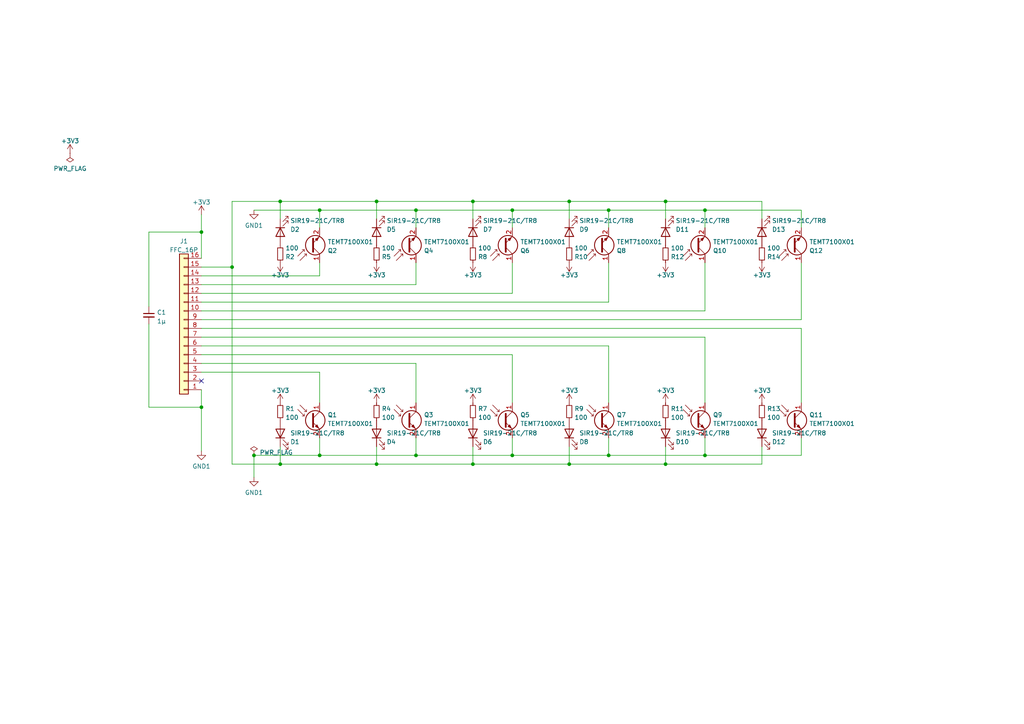
<source format=kicad_sch>
(kicad_sch (version 20211123) (generator eeschema)
  (paper "A4")
  (lib_symbols
    (symbol "Connector_Generic:Conn_01x16" (pin_names (offset 1.016) hide)
      (property "Reference" "J" (at 0 20.32 0))
      (property "Value" "Conn_01x16" (at 0 -22.86 0))
      (symbol "Conn_01x16_1_1"
        (rectangle (start -1.27 -20.193) (end 0 -20.447) (stroke (width 0.1524)))
        (rectangle (start -1.27 -17.653) (end 0 -17.907) (stroke (width 0.1524)))
        (rectangle (start -1.27 -15.113) (end 0 -15.367) (stroke (width 0.1524)))
        (rectangle (start -1.27 -12.573) (end 0 -12.827) (stroke (width 0.1524)))
        (rectangle (start -1.27 -10.033) (end 0 -10.287) (stroke (width 0.1524)))
        (rectangle (start -1.27 -7.493) (end 0 -7.747) (stroke (width 0.1524)))
        (rectangle (start -1.27 -4.953) (end 0 -5.207) (stroke (width 0.1524)))
        (rectangle (start -1.27 -2.413) (end 0 -2.667) (stroke (width 0.1524)))
        (rectangle (start -1.27 0.127) (end 0 -0.127) (stroke (width 0.1524)))
        (rectangle (start -1.27 2.667) (end 0 2.413) (stroke (width 0.1524)))
        (rectangle (start -1.27 5.207) (end 0 4.953) (stroke (width 0.1524)))
        (rectangle (start -1.27 7.747) (end 0 7.493) (stroke (width 0.1524)))
        (rectangle (start -1.27 10.287) (end 0 10.033) (stroke (width 0.1524)))
        (rectangle (start -1.27 12.827) (end 0 12.573) (stroke (width 0.1524)))
        (rectangle (start -1.27 15.367) (end 0 15.113) (stroke (width 0.1524)))
        (rectangle (start -1.27 17.907) (end 0 17.653) (stroke (width 0.1524)))
        (rectangle (start -1.27 19.05) (end 1.27 -21.59) (stroke (width 0.254)) (fill (type background)))
        (pin passive line (at -5.08 17.78 0) (length 3.81) (name "Pin_1") (number "1"))
        (pin passive line (at -5.08 -5.08 0) (length 3.81) (name "Pin_10") (number "10"))
        (pin passive line (at -5.08 -7.62 0) (length 3.81) (name "Pin_11") (number "11"))
        (pin passive line (at -5.08 -10.16 0) (length 3.81) (name "Pin_12") (number "12"))
        (pin passive line (at -5.08 -12.7 0) (length 3.81) (name "Pin_13") (number "13"))
        (pin passive line (at -5.08 -15.24 0) (length 3.81) (name "Pin_14") (number "14"))
        (pin passive line (at -5.08 -17.78 0) (length 3.81) (name "Pin_15") (number "15"))
        (pin passive line (at -5.08 -20.32 0) (length 3.81) (name "Pin_16") (number "16"))
        (pin passive line (at -5.08 15.24 0) (length 3.81) (name "Pin_2") (number "2"))
        (pin passive line (at -5.08 12.7 0) (length 3.81) (name "Pin_3") (number "3"))
        (pin passive line (at -5.08 10.16 0) (length 3.81) (name "Pin_4") (number "4"))
        (pin passive line (at -5.08 7.62 0) (length 3.81) (name "Pin_5") (number "5"))
        (pin passive line (at -5.08 5.08 0) (length 3.81) (name "Pin_6") (number "6"))
        (pin passive line (at -5.08 2.54 0) (length 3.81) (name "Pin_7") (number "7"))
        (pin passive line (at -5.08 0 0) (length 3.81) (name "Pin_8") (number "8"))
        (pin passive line (at -5.08 -2.54 0) (length 3.81) (name "Pin_9") (number "9"))
      )
    )
    (symbol "Device:C_Small" (pin_numbers hide) (pin_names (offset 0.254) hide)
      (property "Reference" "C" (at 0.254 1.778 0))
      (property "Value" "C_Small" (at 0.254 -2.032 0))
      (symbol "C_Small_0_1"
        (polyline (pts (xy -1.524 -0.508) (xy 1.524 -0.508)) (stroke (width 0.3302)))
        (polyline (pts (xy -1.524 0.508) (xy 1.524 0.508)) (stroke (width 0.3048)))
      )
      (symbol "C_Small_1_1"
        (pin passive line (at 0 2.54 270) (length 2.032) (name "~") (number "1"))
        (pin passive line (at 0 -2.54 90) (length 2.032) (name "~") (number "2"))
      )
    )
    (symbol "Device:LED" (pin_numbers hide) (pin_names (offset 1.016) hide)
      (property "Reference" "D" (at 0 2.54 0))
      (property "Value" "LED" (at 0 -2.54 0))
      (symbol "LED_0_1"
        (polyline (pts (xy -1.27 -1.27) (xy -1.27 1.27)) (stroke (width 0.254)))
        (polyline (pts (xy -1.27 0) (xy 1.27 0)))
        (polyline (pts (xy 1.27 -1.27) (xy 1.27 1.27) (xy -1.27 0) (xy 1.27 -1.27)) (stroke (width 0.254)))
        (polyline (pts (xy -3.048 -0.762) (xy -4.572 -2.286) (xy -3.81 -2.286) (xy -4.572 -2.286) (xy -4.572 -1.524)))
        (polyline (pts (xy -1.778 -0.762) (xy -3.302 -2.286) (xy -2.54 -2.286) (xy -3.302 -2.286) (xy -3.302 -1.524)))
      )
      (symbol "LED_1_1"
        (pin passive line (at -3.81 0 0) (length 2.54) (name "K") (number "1"))
        (pin passive line (at 3.81 0 180) (length 2.54) (name "A") (number "2"))
      )
    )
    (symbol "Device:Q_Photo_NPN" (pin_names (offset 0) hide)
      (property "Reference" "Q" (at 5.08 1.27 0))
      (property "Value" "Q_Photo_NPN" (at 5.08 -1.27 0))
      (symbol "Q_Photo_NPN_0_1"
        (polyline (pts (xy -1.905 1.27) (xy -2.54 1.27)))
        (polyline (pts (xy -1.27 2.54) (xy -1.905 2.54)))
        (polyline (pts (xy 0.635 0.635) (xy 2.54 2.54)))
        (polyline (pts (xy -3.81 3.175) (xy -1.905 1.27) (xy -1.905 1.905)))
        (polyline (pts (xy -3.175 4.445) (xy -1.27 2.54) (xy -1.27 3.175)))
        (polyline (pts (xy 0.635 -0.635) (xy 2.54 -2.54) (xy 2.54 -2.54)))
        (polyline (pts (xy 0.635 1.905) (xy 0.635 -1.905) (xy 0.635 -1.905)) (stroke (width 0.508)))
        (polyline (pts (xy 1.27 -1.778) (xy 1.778 -1.27) (xy 2.286 -2.286) (xy 1.27 -1.778) (xy 1.27 -1.778)) (fill (type outline)))
        (circle (center 1.27 0) (radius 2.8194) (stroke (width 0.254)))
      )
      (symbol "Q_Photo_NPN_1_1"
        (pin passive line (at 2.54 5.08 270) (length 2.54) (name "C") (number "1"))
        (pin passive line (at 2.54 -5.08 90) (length 2.54) (name "E") (number "2"))
      )
    )
    (symbol "Device:R_Small" (pin_numbers hide) (pin_names (offset 0.254) hide)
      (property "Reference" "R" (at 0.762 0.508 0))
      (property "Value" "R_Small" (at 0.762 -1.016 0))
      (symbol "R_Small_0_1"
        (rectangle (start -0.762 1.778) (end 0.762 -1.778) (stroke (width 0.2032)))
      )
      (symbol "R_Small_1_1"
        (pin passive line (at 0 2.54 270) (length 0.762) (name "~") (number "1"))
        (pin passive line (at 0 -2.54 90) (length 0.762) (name "~") (number "2"))
      )
    )
    (symbol "power:+3.3V" (power) (pin_names (offset 0))
      (property "Value" "+3.3V" (at 0 3.556 0))
      (symbol "+3.3V_0_1"
        (polyline (pts (xy -0.762 1.27) (xy 0 2.54)))
        (polyline (pts (xy 0 0) (xy 0 2.54)))
        (polyline (pts (xy 0 2.54) (xy 0.762 1.27)))
      )
      (symbol "+3.3V_1_1"
        (pin power_in line (at 0 0 90) (length 0) hide (name "+3V3") (number "1"))
      )
    )
    (symbol "power:GND1" (power) (pin_names (offset 0))
      (property "Value" "GND1" (at 0 -3.81 0))
      (symbol "GND1_0_1"
        (polyline (pts (xy 0 0) (xy 0 -1.27) (xy 1.27 -1.27) (xy 0 -2.54) (xy -1.27 -1.27) (xy 0 -1.27)))
      )
      (symbol "GND1_1_1"
        (pin power_in line (at 0 0 270) (length 0) hide (name "GND1") (number "1"))
      )
    )
    (symbol "power:PWR_FLAG" (power) (pin_numbers hide) (pin_names (offset 0) hide)
      (property "Value" "PWR_FLAG" (at 0 3.81 0))
      (symbol "PWR_FLAG_0_0"
        (pin power_out line (at 0 0 90) (length 0) (name "pwr") (number "1"))
      )
      (symbol "PWR_FLAG_0_1"
        (polyline (pts (xy 0 0) (xy 0 1.27) (xy -1.016 1.905) (xy 0 2.54) (xy 1.016 1.905) (xy 0 1.27)))
      )
    )
  )
  (junction (at 204.47 132.08))
  (junction (at 58.42 67.31))
  (junction (at 165.1 58.42))
  (junction (at 81.28 58.42))
  (junction (at 176.53 132.08))
  (junction (at 193.04 134.62))
  (junction (at 204.47 60.96))
  (junction (at 193.04 58.42))
  (junction (at 92.71 132.08))
  (junction (at 73.66 132.08))
  (junction (at 81.28 134.62))
  (junction (at 176.53 60.96))
  (junction (at 120.65 132.08))
  (junction (at 58.42 118.11))
  (junction (at 137.16 134.62))
  (junction (at 67.31 77.47))
  (junction (at 109.22 134.62))
  (junction (at 148.59 60.96))
  (junction (at 120.65 60.96))
  (junction (at 109.22 58.42))
  (junction (at 137.16 58.42))
  (junction (at 165.1 134.62))
  (junction (at 92.71 60.96))
  (junction (at 148.59 132.08))
  (no_connect (at 58.42 110.49))
  (wire (pts (xy 176.53 87.63) (xy 176.53 76.2)))
  (wire (pts (xy 73.66 60.96) (xy 92.71 60.96)))
  (wire (pts (xy 81.28 58.42) (xy 81.28 63.5)))
  (wire (pts (xy 109.22 129.54) (xy 109.22 134.62)))
  (wire (pts (xy 120.65 127) (xy 120.65 132.08)))
  (wire (pts (xy 67.31 58.42) (xy 81.28 58.42)))
  (wire (pts (xy 92.71 132.08) (xy 73.66 132.08)))
  (wire (pts (xy 58.42 67.31) (xy 58.42 74.93)))
  (wire (pts (xy 43.18 118.11) (xy 58.42 118.11)))
  (wire (pts (xy 165.1 129.54) (xy 165.1 134.62)))
  (wire (pts (xy 58.42 97.79) (xy 204.47 97.79)))
  (wire (pts (xy 204.47 60.96) (xy 176.53 60.96)))
  (wire (pts (xy 58.42 118.11) (xy 58.42 130.81)))
  (wire (pts (xy 67.31 134.62) (xy 67.31 77.47)))
  (wire (pts (xy 67.31 134.62) (xy 81.28 134.62)))
  (wire (pts (xy 58.42 95.25) (xy 232.41 95.25)))
  (wire (pts (xy 148.59 102.87) (xy 148.59 116.84)))
  (wire (pts (xy 43.18 67.31) (xy 43.18 88.9)))
  (wire (pts (xy 92.71 116.84) (xy 92.71 107.95)))
  (wire (pts (xy 58.42 105.41) (xy 120.65 105.41)))
  (wire (pts (xy 232.41 95.25) (xy 232.41 116.84)))
  (wire (pts (xy 204.47 127) (xy 204.47 132.08)))
  (wire (pts (xy 58.42 85.09) (xy 148.59 85.09)))
  (wire (pts (xy 148.59 60.96) (xy 120.65 60.96)))
  (wire (pts (xy 92.71 107.95) (xy 58.42 107.95)))
  (wire (pts (xy 232.41 66.04) (xy 232.41 60.96)))
  (wire (pts (xy 220.98 134.62) (xy 193.04 134.62)))
  (wire (pts (xy 58.42 118.11) (xy 58.42 113.03)))
  (wire (pts (xy 165.1 58.42) (xy 193.04 58.42)))
  (wire (pts (xy 176.53 100.33) (xy 176.53 116.84)))
  (wire (pts (xy 148.59 132.08) (xy 120.65 132.08)))
  (wire (pts (xy 109.22 58.42) (xy 137.16 58.42)))
  (wire (pts (xy 165.1 63.5) (xy 165.1 58.42)))
  (wire (pts (xy 43.18 93.98) (xy 43.18 118.11)))
  (wire (pts (xy 193.04 63.5) (xy 193.04 58.42)))
  (wire (pts (xy 58.42 100.33) (xy 176.53 100.33)))
  (wire (pts (xy 109.22 134.62) (xy 137.16 134.62)))
  (wire (pts (xy 58.42 77.47) (xy 67.31 77.47)))
  (wire (pts (xy 176.53 66.04) (xy 176.53 60.96)))
  (wire (pts (xy 120.65 105.41) (xy 120.65 116.84)))
  (wire (pts (xy 58.42 102.87) (xy 148.59 102.87)))
  (wire (pts (xy 193.04 129.54) (xy 193.04 134.62)))
  (wire (pts (xy 176.53 127) (xy 176.53 132.08)))
  (wire (pts (xy 58.42 62.23) (xy 58.42 67.31)))
  (wire (pts (xy 92.71 80.01) (xy 92.71 76.2)))
  (wire (pts (xy 67.31 77.47) (xy 67.31 58.42)))
  (wire (pts (xy 120.65 132.08) (xy 92.71 132.08)))
  (wire (pts (xy 204.47 60.96) (xy 232.41 60.96)))
  (wire (pts (xy 204.47 90.17) (xy 204.47 76.2)))
  (wire (pts (xy 220.98 58.42) (xy 193.04 58.42)))
  (wire (pts (xy 220.98 129.54) (xy 220.98 134.62)))
  (wire (pts (xy 92.71 127) (xy 92.71 132.08)))
  (wire (pts (xy 204.47 66.04) (xy 204.47 60.96)))
  (wire (pts (xy 58.42 67.31) (xy 43.18 67.31)))
  (wire (pts (xy 220.98 63.5) (xy 220.98 58.42)))
  (wire (pts (xy 148.59 127) (xy 148.59 132.08)))
  (wire (pts (xy 58.42 90.17) (xy 204.47 90.17)))
  (wire (pts (xy 137.16 129.54) (xy 137.16 134.62)))
  (wire (pts (xy 204.47 97.79) (xy 204.47 116.84)))
  (wire (pts (xy 120.65 66.04) (xy 120.65 60.96)))
  (wire (pts (xy 204.47 132.08) (xy 232.41 132.08)))
  (wire (pts (xy 58.42 92.71) (xy 232.41 92.71)))
  (wire (pts (xy 148.59 132.08) (xy 176.53 132.08)))
  (wire (pts (xy 148.59 60.96) (xy 176.53 60.96)))
  (wire (pts (xy 165.1 134.62) (xy 193.04 134.62)))
  (wire (pts (xy 58.42 82.55) (xy 120.65 82.55)))
  (wire (pts (xy 58.42 80.01) (xy 92.71 80.01)))
  (wire (pts (xy 109.22 58.42) (xy 81.28 58.42)))
  (wire (pts (xy 92.71 66.04) (xy 92.71 60.96)))
  (wire (pts (xy 148.59 85.09) (xy 148.59 76.2)))
  (wire (pts (xy 204.47 132.08) (xy 176.53 132.08)))
  (wire (pts (xy 137.16 63.5) (xy 137.16 58.42)))
  (wire (pts (xy 165.1 134.62) (xy 137.16 134.62)))
  (wire (pts (xy 81.28 134.62) (xy 81.28 129.54)))
  (wire (pts (xy 109.22 134.62) (xy 81.28 134.62)))
  (wire (pts (xy 109.22 63.5) (xy 109.22 58.42)))
  (wire (pts (xy 120.65 82.55) (xy 120.65 76.2)))
  (wire (pts (xy 148.59 66.04) (xy 148.59 60.96)))
  (wire (pts (xy 120.65 60.96) (xy 92.71 60.96)))
  (wire (pts (xy 73.66 132.08) (xy 73.66 138.43)))
  (wire (pts (xy 232.41 127) (xy 232.41 132.08)))
  (wire (pts (xy 58.42 87.63) (xy 176.53 87.63)))
  (wire (pts (xy 165.1 58.42) (xy 137.16 58.42)))
  (wire (pts (xy 232.41 92.71) (xy 232.41 76.2)))
  (symbol (lib_id "Device:Q_Photo_NPN") (at 229.87 121.92 0) (unit 1)
    (property "Reference" "Q11" (at 234.7214 120.336 0) (effects (justify left)))
    (property "Value" "TEMT7100X01" (at 234.7214 122.8729 0) (effects (justify left)))
    (property "Footprint" "LED_SMD:LED_0805_2012Metric_Pad1.15x1.40mm_HandSolder" (effects hide))
  )
  (symbol (lib_id "Device:LED") (at 165.1 125.73 90) (unit 1)
    (property "Reference" "D8" (at 168.021 128.1522 90) (effects (justify right)))
    (property "Value" "SIR19-21C/TR8" (at 168.021 125.6153 90) (effects (justify right)))
    (property "Footprint" "LED_SMD:LED_0603_1608Metric_Pad1.05x0.95mm_HandSolder" (effects hide))
  )
  (symbol (lib_id "Device:LED") (at 109.22 125.73 90) (unit 1)
    (property "Reference" "D4" (at 112.141 128.1522 90) (effects (justify right)))
    (property "Value" "SIR19-21C/TR8" (at 112.141 125.6153 90) (effects (justify right)))
    (property "Footprint" "LED_SMD:LED_0603_1608Metric_Pad1.05x0.95mm_HandSolder" (effects hide))
  )
  (symbol (lib_id "power:+3.3V") (at 109.22 116.84 0) (unit 1)
    (property "Reference" "#PWR010" (effects hide))
    (property "Value" "+3.3V" (at 109.22 113.2642 0))
  )
  (symbol (lib_id "Device:LED") (at 109.22 67.31 90) (mirror x) (unit 1)
    (property "Reference" "D5" (at 112.141 66.5572 90) (effects (justify right)))
    (property "Value" "SIR19-21C/TR8" (at 112.141 64.0203 90) (effects (justify right)))
    (property "Footprint" "LED_SMD:LED_0603_1608Metric_Pad1.05x0.95mm_HandSolder" (effects hide))
  )
  (symbol (lib_id "power:PWR_FLAG") (at 73.66 132.08 0) (unit 1)
    (property "Reference" "#FLG?" (effects hide))
    (property "Value" "PWR_FLAG" (at 75.311 131.2438 0) (effects (justify left)))
  )
  (symbol (lib_id "power:PWR_FLAG") (at 20.32 44.45 180) (unit 1)
    (property "Reference" "#FLG01" (effects hide))
    (property "Value" "PWR_FLAG" (at 20.32 48.8934 0))
  )
  (symbol (lib_id "Device:Q_Photo_NPN") (at 173.99 71.12 0) (mirror x) (unit 1)
    (property "Reference" "Q8" (at 178.8414 72.704 0) (effects (justify left)))
    (property "Value" "TEMT7100X01" (at 178.8414 70.1671 0) (effects (justify left)))
    (property "Footprint" "LED_SMD:LED_0805_2012Metric_Pad1.15x1.40mm_HandSolder" (effects hide))
  )
  (symbol (lib_id "power:+3.3V") (at 165.1 76.2 0) (mirror x) (unit 1)
    (property "Reference" "#PWR016" (effects hide))
    (property "Value" "+3.3V" (at 165.1 79.7758 0))
  )
  (symbol (lib_id "Device:LED") (at 220.98 67.31 90) (mirror x) (unit 1)
    (property "Reference" "D13" (at 223.901 66.5572 90) (effects (justify right)))
    (property "Value" "SIR19-21C/TR8" (at 223.901 64.0203 90) (effects (justify right)))
    (property "Footprint" "LED_SMD:LED_0603_1608Metric_Pad1.05x0.95mm_HandSolder" (effects hide))
  )
  (symbol (lib_id "Device:Q_Photo_NPN") (at 146.05 71.12 0) (mirror x) (unit 1)
    (property "Reference" "Q6" (at 150.9014 72.704 0) (effects (justify left)))
    (property "Value" "TEMT7100X01" (at 150.9014 70.1671 0) (effects (justify left)))
    (property "Footprint" "LED_SMD:LED_0805_2012Metric_Pad1.15x1.40mm_HandSolder" (effects hide))
  )
  (symbol (lib_id "Device:R_Small") (at 109.22 73.66 0) (mirror x) (unit 1)
    (property "Reference" "R5" (at 110.7186 74.4947 0) (effects (justify left)))
    (property "Value" "100" (at 110.7186 71.9578 0) (effects (justify left)))
    (property "Footprint" "Resistor_SMD:R_0603_1608Metric_Pad0.98x0.95mm_HandSolder" (effects hide))
  )
  (symbol (lib_id "Device:Q_Photo_NPN") (at 173.99 121.92 0) (unit 1)
    (property "Reference" "Q7" (at 178.8414 120.336 0) (effects (justify left)))
    (property "Value" "TEMT7100X01" (at 178.8414 122.8729 0) (effects (justify left)))
    (property "Footprint" "LED_SMD:LED_0805_2012Metric_Pad1.15x1.40mm_HandSolder" (effects hide))
  )
  (symbol (lib_id "Device:Q_Photo_NPN") (at 118.11 121.92 0) (unit 1)
    (property "Reference" "Q3" (at 122.9614 120.336 0) (effects (justify left)))
    (property "Value" "TEMT7100X01" (at 122.9614 122.8729 0) (effects (justify left)))
    (property "Footprint" "LED_SMD:LED_0805_2012Metric_Pad1.15x1.40mm_HandSolder" (effects hide))
  )
  (symbol (lib_id "Device:LED") (at 137.16 67.31 90) (mirror x) (unit 1)
    (property "Reference" "D7" (at 140.081 66.5572 90) (effects (justify right)))
    (property "Value" "SIR19-21C/TR8" (at 140.081 64.0203 90) (effects (justify right)))
    (property "Footprint" "LED_SMD:LED_0603_1608Metric_Pad1.05x0.95mm_HandSolder" (effects hide))
  )
  (symbol (lib_id "Device:LED") (at 165.1 67.31 90) (mirror x) (unit 1)
    (property "Reference" "D9" (at 168.021 66.5572 90) (effects (justify right)))
    (property "Value" "SIR19-21C/TR8" (at 168.021 64.0203 90) (effects (justify right)))
    (property "Footprint" "LED_SMD:LED_0603_1608Metric_Pad1.05x0.95mm_HandSolder" (effects hide))
  )
  (symbol (lib_id "Device:R_Small") (at 137.16 119.38 0) (unit 1)
    (property "Reference" "R7" (at 138.6586 118.5453 0) (effects (justify left)))
    (property "Value" "100" (at 138.6586 121.0822 0) (effects (justify left)))
    (property "Footprint" "Resistor_SMD:R_0603_1608Metric_Pad0.98x0.95mm_HandSolder" (effects hide))
  )
  (symbol (lib_id "Device:R_Small") (at 193.04 73.66 0) (mirror x) (unit 1)
    (property "Reference" "R12" (at 194.5386 74.4947 0) (effects (justify left)))
    (property "Value" "100" (at 194.5386 71.9578 0) (effects (justify left)))
    (property "Footprint" "Resistor_SMD:R_0603_1608Metric_Pad0.98x0.95mm_HandSolder" (effects hide))
  )
  (symbol (lib_id "Device:R_Small") (at 165.1 119.38 0) (unit 1)
    (property "Reference" "R9" (at 166.5986 118.5453 0) (effects (justify left)))
    (property "Value" "100" (at 166.5986 121.0822 0) (effects (justify left)))
    (property "Footprint" "Resistor_SMD:R_0603_1608Metric_Pad0.98x0.95mm_HandSolder" (effects hide))
  )
  (symbol (lib_id "Device:R_Small") (at 193.04 119.38 0) (unit 1)
    (property "Reference" "R11" (at 194.5386 118.5453 0) (effects (justify left)))
    (property "Value" "100" (at 194.5386 121.0822 0) (effects (justify left)))
    (property "Footprint" "Resistor_SMD:R_0603_1608Metric_Pad0.98x0.95mm_HandSolder" (effects hide))
  )
  (symbol (lib_id "power:+3.3V") (at 58.42 62.23 0) (unit 1)
    (property "Reference" "#PWR02" (effects hide))
    (property "Value" "+3.3V" (at 58.42 58.6542 0))
  )
  (symbol (lib_id "Device:R_Small") (at 109.22 119.38 0) (unit 1)
    (property "Reference" "R4" (at 110.7186 118.5453 0) (effects (justify left)))
    (property "Value" "100" (at 110.7186 121.0822 0) (effects (justify left)))
    (property "Footprint" "Resistor_SMD:R_0603_1608Metric_Pad0.98x0.95mm_HandSolder" (effects hide))
  )
  (symbol (lib_id "Device:LED") (at 193.04 67.31 90) (mirror x) (unit 1)
    (property "Reference" "D11" (at 195.961 66.5572 90) (effects (justify right)))
    (property "Value" "SIR19-21C/TR8" (at 195.961 64.0203 90) (effects (justify right)))
    (property "Footprint" "LED_SMD:LED_0603_1608Metric_Pad1.05x0.95mm_HandSolder" (effects hide))
  )
  (symbol (lib_id "Device:R_Small") (at 220.98 73.66 0) (mirror x) (unit 1)
    (property "Reference" "R14" (at 222.4786 74.4947 0) (effects (justify left)))
    (property "Value" "100" (at 222.4786 71.9578 0) (effects (justify left)))
    (property "Footprint" "Resistor_SMD:R_0603_1608Metric_Pad0.98x0.95mm_HandSolder" (effects hide))
  )
  (symbol (lib_id "Device:Q_Photo_NPN") (at 201.93 121.92 0) (unit 1)
    (property "Reference" "Q9" (at 206.7814 120.336 0) (effects (justify left)))
    (property "Value" "TEMT7100X01" (at 206.7814 122.8729 0) (effects (justify left)))
    (property "Footprint" "LED_SMD:LED_0805_2012Metric_Pad1.15x1.40mm_HandSolder" (effects hide))
  )
  (symbol (lib_id "Device:Q_Photo_NPN") (at 118.11 71.12 0) (mirror x) (unit 1)
    (property "Reference" "Q4" (at 122.9614 72.704 0) (effects (justify left)))
    (property "Value" "TEMT7100X01" (at 122.9614 70.1671 0) (effects (justify left)))
    (property "Footprint" "LED_SMD:LED_0805_2012Metric_Pad1.15x1.40mm_HandSolder" (effects hide))
  )
  (symbol (lib_id "Device:LED") (at 137.16 125.73 90) (unit 1)
    (property "Reference" "D6" (at 140.081 128.1522 90) (effects (justify right)))
    (property "Value" "SIR19-21C/TR8" (at 140.081 125.6153 90) (effects (justify right)))
    (property "Footprint" "LED_SMD:LED_0603_1608Metric_Pad1.05x0.95mm_HandSolder" (effects hide))
  )
  (symbol (lib_id "Device:Q_Photo_NPN") (at 201.93 71.12 0) (mirror x) (unit 1)
    (property "Reference" "Q10" (at 206.7814 72.704 0) (effects (justify left)))
    (property "Value" "TEMT7100X01" (at 206.7814 70.1671 0) (effects (justify left)))
    (property "Footprint" "LED_SMD:LED_0805_2012Metric_Pad1.15x1.40mm_HandSolder" (effects hide))
  )
  (symbol (lib_id "Device:R_Small") (at 81.28 73.66 0) (mirror x) (unit 1)
    (property "Reference" "R2" (at 82.7786 74.4947 0) (effects (justify left)))
    (property "Value" "100" (at 82.7786 71.9578 0) (effects (justify left)))
    (property "Footprint" "Resistor_SMD:R_0603_1608Metric_Pad0.98x0.95mm_HandSolder" (effects hide))
  )
  (symbol (lib_id "power:GND1") (at 73.66 60.96 0) (mirror y) (unit 1)
    (property "Reference" "#PWR?" (effects hide))
    (property "Value" "GND1" (at 73.66 65.4034 0))
  )
  (symbol (lib_id "power:+3.3V") (at 137.16 76.2 0) (mirror x) (unit 1)
    (property "Reference" "#PWR014" (effects hide))
    (property "Value" "+3.3V" (at 137.16 79.7758 0))
  )
  (symbol (lib_id "power:+3.3V") (at 220.98 76.2 0) (mirror x) (unit 1)
    (property "Reference" "#PWR020" (effects hide))
    (property "Value" "+3.3V" (at 220.98 79.7758 0))
  )
  (symbol (lib_id "Device:LED") (at 81.28 67.31 90) (mirror x) (unit 1)
    (property "Reference" "D2" (at 84.201 66.5572 90) (effects (justify right)))
    (property "Value" "SIR19-21C/TR8" (at 84.201 64.0203 90) (effects (justify right)))
    (property "Footprint" "LED_SMD:LED_0603_1608Metric_Pad1.05x0.95mm_HandSolder" (effects hide))
  )
  (symbol (lib_id "Device:LED") (at 220.98 125.73 90) (unit 1)
    (property "Reference" "D12" (at 223.901 128.1522 90) (effects (justify right)))
    (property "Value" "SIR19-21C/TR8" (at 223.901 125.6153 90) (effects (justify right)))
    (property "Footprint" "LED_SMD:LED_0603_1608Metric_Pad1.05x0.95mm_HandSolder" (effects hide))
  )
  (symbol (lib_id "Device:R_Small") (at 220.98 119.38 0) (unit 1)
    (property "Reference" "R13" (at 222.4786 118.5453 0) (effects (justify left)))
    (property "Value" "100" (at 222.4786 121.0822 0) (effects (justify left)))
    (property "Footprint" "Resistor_SMD:R_0603_1608Metric_Pad0.98x0.95mm_HandSolder" (effects hide))
  )
  (symbol (lib_id "power:GND1") (at 58.42 130.81 0) (unit 1)
    (property "Reference" "#PWR03" (effects hide))
    (property "Value" "GND1" (at 58.42 135.2534 0))
  )
  (symbol (lib_id "power:+3.3V") (at 81.28 116.84 0) (unit 1)
    (property "Reference" "#PWR07" (effects hide))
    (property "Value" "+3.3V" (at 81.28 113.2642 0))
  )
  (symbol (lib_id "power:+3.3V") (at 193.04 116.84 0) (unit 1)
    (property "Reference" "#PWR017" (effects hide))
    (property "Value" "+3.3V" (at 193.04 113.2642 0))
  )
  (symbol (lib_id "Device:LED") (at 193.04 125.73 90) (unit 1)
    (property "Reference" "D10" (at 195.961 128.1522 90) (effects (justify right)))
    (property "Value" "SIR19-21C/TR8" (at 195.961 125.6153 90) (effects (justify right)))
    (property "Footprint" "LED_SMD:LED_0603_1608Metric_Pad1.05x0.95mm_HandSolder" (effects hide))
  )
  (symbol (lib_id "power:+3.3V") (at 81.28 76.2 0) (mirror x) (unit 1)
    (property "Reference" "#PWR08" (effects hide))
    (property "Value" "+3.3V" (at 81.28 79.7758 0))
  )
  (symbol (lib_id "Device:Q_Photo_NPN") (at 229.87 71.12 0) (mirror x) (unit 1)
    (property "Reference" "Q12" (at 234.7214 72.704 0) (effects (justify left)))
    (property "Value" "TEMT7100X01" (at 234.7214 70.1671 0) (effects (justify left)))
    (property "Footprint" "LED_SMD:LED_0805_2012Metric_Pad1.15x1.40mm_HandSolder" (effects hide))
  )
  (symbol (lib_id "Device:R_Small") (at 165.1 73.66 0) (mirror x) (unit 1)
    (property "Reference" "R10" (at 166.5986 74.4947 0) (effects (justify left)))
    (property "Value" "100" (at 166.5986 71.9578 0) (effects (justify left)))
    (property "Footprint" "Resistor_SMD:R_0603_1608Metric_Pad0.98x0.95mm_HandSolder" (effects hide))
  )
  (symbol (lib_id "power:+3.3V") (at 20.32 44.45 0) (unit 1)
    (property "Reference" "#PWR01" (effects hide))
    (property "Value" "+3.3V" (at 20.32 40.8742 0))
  )
  (symbol (lib_id "power:+3.3V") (at 165.1 116.84 0) (unit 1)
    (property "Reference" "#PWR015" (effects hide))
    (property "Value" "+3.3V" (at 165.1 113.2642 0))
  )
  (symbol (lib_id "Device:R_Small") (at 81.28 119.38 0) (unit 1)
    (property "Reference" "R1" (at 82.7786 118.5453 0) (effects (justify left)))
    (property "Value" "100" (at 82.7786 121.0822 0) (effects (justify left)))
    (property "Footprint" "Resistor_SMD:R_0603_1608Metric_Pad0.98x0.95mm_HandSolder" (effects hide))
  )
  (symbol (lib_id "Device:LED") (at 81.28 125.73 90) (unit 1)
    (property "Reference" "D1" (at 84.201 128.1522 90) (effects (justify right)))
    (property "Value" "SIR19-21C/TR8" (at 84.201 125.6153 90) (effects (justify right)))
    (property "Footprint" "LED_SMD:LED_0603_1608Metric_Pad1.05x0.95mm_HandSolder" (effects hide))
  )
  (symbol (lib_id "power:+3.3V") (at 193.04 76.2 0) (mirror x) (unit 1)
    (property "Reference" "#PWR018" (effects hide))
    (property "Value" "+3.3V" (at 193.04 79.7758 0))
  )
  (symbol (lib_id "Device:R_Small") (at 137.16 73.66 0) (mirror x) (unit 1)
    (property "Reference" "R8" (at 138.6586 74.4947 0) (effects (justify left)))
    (property "Value" "100" (at 138.6586 71.9578 0) (effects (justify left)))
    (property "Footprint" "Resistor_SMD:R_0603_1608Metric_Pad0.98x0.95mm_HandSolder" (effects hide))
  )
  (symbol (lib_id "Device:Q_Photo_NPN") (at 146.05 121.92 0) (unit 1)
    (property "Reference" "Q5" (at 150.9014 120.336 0) (effects (justify left)))
    (property "Value" "TEMT7100X01" (at 150.9014 122.8729 0) (effects (justify left)))
    (property "Footprint" "LED_SMD:LED_0805_2012Metric_Pad1.15x1.40mm_HandSolder" (effects hide))
  )
  (symbol (lib_id "power:+3.3V") (at 109.22 76.2 0) (mirror x) (unit 1)
    (property "Reference" "#PWR011" (effects hide))
    (property "Value" "+3.3V" (at 109.22 79.7758 0))
  )
  (symbol (lib_id "Device:Q_Photo_NPN") (at 90.17 121.92 0) (unit 1)
    (property "Reference" "Q1" (at 95.0214 120.336 0) (effects (justify left)))
    (property "Value" "TEMT7100X01" (at 95.0214 122.8729 0) (effects (justify left)))
    (property "Footprint" "LED_SMD:LED_0805_2012Metric_Pad1.15x1.40mm_HandSolder" (effects hide))
  )
  (symbol (lib_id "Device:Q_Photo_NPN") (at 90.17 71.12 0) (mirror x) (unit 1)
    (property "Reference" "Q2" (at 95.0214 72.704 0) (effects (justify left)))
    (property "Value" "TEMT7100X01" (at 95.0214 70.1671 0) (effects (justify left)))
    (property "Footprint" "LED_SMD:LED_0805_2012Metric_Pad1.15x1.40mm_HandSolder" (effects hide))
  )
  (symbol (lib_id "power:+3.3V") (at 220.98 116.84 0) (unit 1)
    (property "Reference" "#PWR019" (effects hide))
    (property "Value" "+3.3V" (at 220.98 113.2642 0))
  )
  (symbol (lib_id "Connector_Generic:Conn_01x16") (at 53.34 95.25 180) (unit 1)
    (property "Reference" "J1" (at 53.34 69.9602 0))
    (property "Value" "FFC_16P" (at 53.34 72.4971 0))
    (property "Footprint" "robot_contest:Molex_1x16_P0.50mm_Horizontal" (effects hide))
  )
  (symbol (lib_id "power:GND1") (at 73.66 138.43 0) (mirror y) (unit 1)
    (property "Reference" "#PWR?" (effects hide))
    (property "Value" "GND1" (at 73.66 142.8734 0))
  )
  (symbol (lib_id "Device:C_Small") (at 43.18 91.44 0) (unit 1)
    (property "Reference" "C1" (at 45.5041 90.6116 0) (effects (justify left)))
    (property "Value" "1μ" (at 45.5041 93.1485 0) (effects (justify left)))
    (property "Footprint" "Capacitor_SMD:C_0402_1005Metric_Pad0.74x0.62mm_HandSolder" (effects hide))
  )
  (symbol (lib_id "power:+3.3V") (at 137.16 116.84 0) (unit 1)
    (property "Reference" "#PWR013" (effects hide))
    (property "Value" "+3.3V" (at 137.16 113.2642 0))
  )
)
</source>
